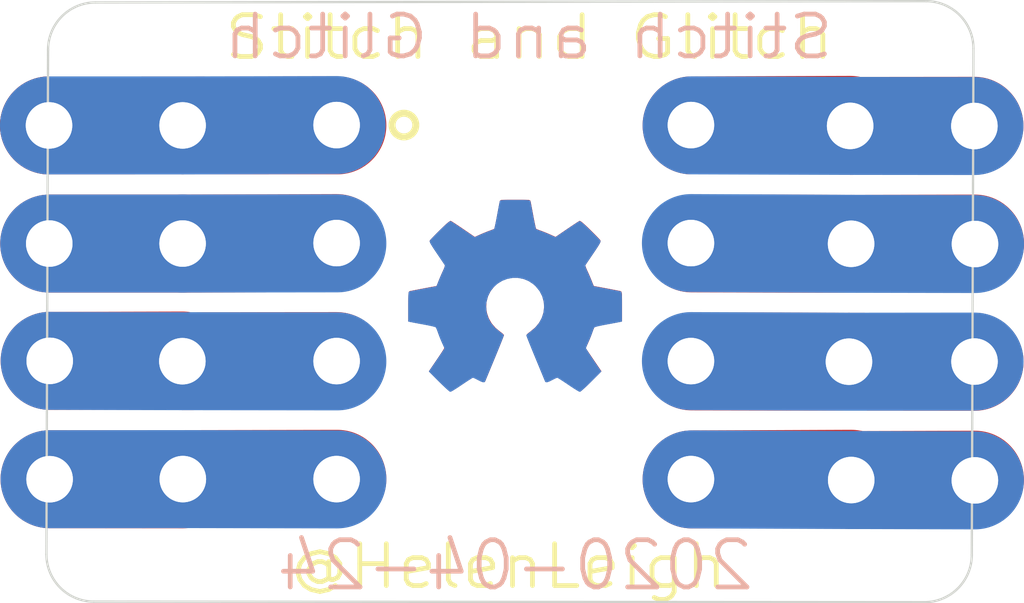
<source format=kicad_pcb>
(kicad_pcb (version 20200119) (host pcbnew "(5.99.0-1406-gfd59660ec)")

  (general
    (thickness 1.6)
    (drawings 13)
    (tracks 33)
    (modules 20)
    (nets 7)
  )

  (page "A4")
  (layers
    (0 "F.Cu" signal)
    (31 "B.Cu" signal)
    (32 "B.Adhes" user)
    (33 "F.Adhes" user)
    (34 "B.Paste" user)
    (35 "F.Paste" user)
    (36 "B.SilkS" user)
    (37 "F.SilkS" user)
    (38 "B.Mask" user)
    (39 "F.Mask" user hide)
    (40 "Dwgs.User" user)
    (41 "Cmts.User" user)
    (42 "Eco1.User" user)
    (43 "Eco2.User" user)
    (44 "Edge.Cuts" user)
    (45 "Margin" user)
    (46 "B.CrtYd" user)
    (47 "F.CrtYd" user)
    (48 "B.Fab" user)
    (49 "F.Fab" user)
  )

  (setup
    (stackup
      (layer "F.SilkS" (type "Top Silk Screen"))
      (layer "F.Paste" (type "Top Solder Paste"))
      (layer "F.Mask" (type "Top Solder Mask") (color "Green") (thickness 0.01))
      (layer "F.Cu" (type "copper") (thickness 0.035))
      (layer "dielectric 1" (type "core") (thickness 1.51) (material "FR4") (epsilon_r 4.5) (loss_tangent 0.02))
      (layer "B.Cu" (type "copper") (thickness 0.035))
      (layer "B.Mask" (type "Bottom Solder Mask") (color "Green") (thickness 0.01))
      (layer "B.Paste" (type "Bottom Solder Paste"))
      (layer "B.SilkS" (type "Bottom Silk Screen"))
      (copper_finish "None")
      (dielectric_constraints no)
    )
    (last_trace_width 0.508)
    (user_trace_width 0.508)
    (user_trace_width 1.6002)
    (user_trace_width 2.1082)
    (trace_clearance 0.254)
    (zone_clearance 0.508)
    (zone_45_only no)
    (trace_min 0.2)
    (via_size 0.8)
    (via_drill 0.4)
    (via_min_size 0.4)
    (via_min_drill 0.3)
    (uvia_size 0.3)
    (uvia_drill 0.1)
    (uvias_allowed no)
    (uvia_min_size 0.2)
    (uvia_min_drill 0.1)
    (max_error 0.005)
    (defaults
      (edge_clearance 0.01)
      (edge_cuts_line_width 0.05)
      (courtyard_line_width 0.05)
      (copper_line_width 0.2)
      (copper_text_dims (size 1.5 1.5) (thickness 0.3))
      (silk_line_width 0.12)
      (silk_text_dims (size 1 1) (thickness 0.15))
      (other_layers_line_width 0.1)
      (other_layers_text_dims (size 1 1) (thickness 0.15))
      (dimension_units 0)
      (dimension_precision 1)
    )
    (pad_size 1.6 1.6)
    (pad_drill 1)
    (pad_to_mask_clearance 0.051)
    (solder_mask_min_width 0.25)
    (aux_axis_origin 0 0)
    (grid_origin 108.99902 65.97904)
    (visible_elements FFFFFF7F)
    (pcbplotparams
      (layerselection 0x010fc_ffffffff)
      (usegerberextensions false)
      (usegerberattributes false)
      (usegerberadvancedattributes false)
      (creategerberjobfile false)
      (svguseinch false)
      (svgprecision 6)
      (excludeedgelayer true)
      (linewidth 0.100000)
      (plotframeref false)
      (viasonmask false)
      (mode 1)
      (useauxorigin false)
      (hpglpennumber 1)
      (hpglpenspeed 20)
      (hpglpendiameter 15.000000)
      (psnegative false)
      (psa4output false)
      (plotreference true)
      (plotvalue true)
      (plotinvisibletext false)
      (padsonsilk false)
      (subtractmaskfromsilk false)
      (outputformat 1)
      (mirror false)
      (drillshape 0)
      (scaleselection 1)
      (outputdirectory "gerbers/")
    )
  )

  (net 0 "")
  (net 1 "Net-(J1-Pad1)")
  (net 2 "+3V3")
  (net 3 "Net-(J4-Pad1)")
  (net 4 "Net-(J15-Pad1)")
  (net 5 "GND")
  (net 6 "Net-(J11-Pad1)")

  (net_class "Default" "This is the default net class."
    (clearance 0.254)
    (trace_width 0.508)
    (via_dia 0.8)
    (via_drill 0.4)
    (uvia_dia 0.3)
    (uvia_drill 0.1)
    (add_net "+3V3")
    (add_net "GND")
    (add_net "Net-(J1-Pad1)")
    (add_net "Net-(J11-Pad1)")
    (add_net "Net-(J15-Pad1)")
    (add_net "Net-(J4-Pad1)")
  )

  (module "Symbol:OSHW-Logo2_7.3x6mm_Copper" (layer "B.Cu") (tedit 5EA2B41B) (tstamp fbd1ca40-bfc6-428b-95e0-3a8bd54a7746)
    (at 118.97902 67.88904 180)
    (descr "Open Source Hardware Symbol")
    (tags "Logo Symbol OSHW")
    (attr virtual)
    (fp_text reference "REF**" (at 0 0 180) (layer "B.SilkS") hide
      (effects (font (size 1 1) (thickness 0.15)) (justify mirror))
    )
    (fp_text value "OSHW-Logo2_7.3x6mm_Copper" (at 0.75 0 180) (layer "B.Fab") hide
      (effects (font (size 1 1) (thickness 0.15)) (justify mirror))
    )
    (fp_poly (pts (xy 0.10391 2.757652) (xy 0.182454 2.757222) (xy 0.239298 2.756058) (xy 0.278105 2.753793)
      (xy 0.302538 2.75006) (xy 0.316262 2.744494) (xy 0.32294 2.736727) (xy 0.326236 2.726395)
      (xy 0.326556 2.725057) (xy 0.331562 2.700921) (xy 0.340829 2.653299) (xy 0.353392 2.587259)
      (xy 0.368287 2.507872) (xy 0.384551 2.420204) (xy 0.385119 2.417125) (xy 0.40141 2.331211)
      (xy 0.416652 2.255304) (xy 0.429861 2.193955) (xy 0.440054 2.151718) (xy 0.446248 2.133145)
      (xy 0.446543 2.132816) (xy 0.464788 2.123747) (xy 0.502405 2.108633) (xy 0.551271 2.090738)
      (xy 0.551543 2.090642) (xy 0.613093 2.067507) (xy 0.685657 2.038035) (xy 0.754057 2.008403)
      (xy 0.757294 2.006938) (xy 0.868702 1.956374) (xy 1.115399 2.12484) (xy 1.191077 2.176197)
      (xy 1.259631 2.222111) (xy 1.317088 2.25997) (xy 1.359476 2.287163) (xy 1.382825 2.301079)
      (xy 1.385042 2.302111) (xy 1.40201 2.297516) (xy 1.433701 2.275345) (xy 1.481352 2.234553)
      (xy 1.546198 2.174095) (xy 1.612397 2.109773) (xy 1.676214 2.046388) (xy 1.733329 1.988549)
      (xy 1.780305 1.939825) (xy 1.813703 1.90379) (xy 1.830085 1.884016) (xy 1.830694 1.882998)
      (xy 1.832505 1.869428) (xy 1.825683 1.847267) (xy 1.80854 1.813522) (xy 1.779393 1.7652)
      (xy 1.736555 1.699308) (xy 1.679448 1.614483) (xy 1.628766 1.539823) (xy 1.583461 1.47286)
      (xy 1.54615 1.417484) (xy 1.519452 1.37758) (xy 1.505985 1.357038) (xy 1.505137 1.355644)
      (xy 1.506781 1.335962) (xy 1.519245 1.297707) (xy 1.540048 1.248111) (xy 1.547462 1.232272)
      (xy 1.579814 1.16171) (xy 1.614328 1.081647) (xy 1.642365 1.012371) (xy 1.662568 0.960955)
      (xy 1.678615 0.921881) (xy 1.687888 0.901459) (xy 1.689041 0.899886) (xy 1.706096 0.897279)
      (xy 1.746298 0.890137) (xy 1.804302 0.879477) (xy 1.874763 0.866315) (xy 1.952335 0.851667)
      (xy 2.031672 0.836551) (xy 2.107431 0.821982) (xy 2.174264 0.808978) (xy 2.226828 0.798555)
      (xy 2.259776 0.79173) (xy 2.267857 0.789801) (xy 2.276205 0.785038) (xy 2.282506 0.774282)
      (xy 2.287045 0.753902) (xy 2.290104 0.720266) (xy 2.291967 0.669745) (xy 2.292918 0.598708)
      (xy 2.29324 0.503524) (xy 2.293257 0.464508) (xy 2.293257 0.147201) (xy 2.217057 0.132161)
      (xy 2.174663 0.124005) (xy 2.1114 0.112101) (xy 2.034962 0.097884) (xy 1.953043 0.08279)
      (xy 1.9304 0.078645) (xy 1.854806 0.063947) (xy 1.788953 0.049495) (xy 1.738366 0.036625)
      (xy 1.708574 0.026678) (xy 1.703612 0.023713) (xy 1.691426 0.002717) (xy 1.673953 -0.037967)
      (xy 1.654577 -0.090322) (xy 1.650734 -0.1016) (xy 1.625339 -0.171523) (xy 1.593817 -0.250418)
      (xy 1.562969 -0.321266) (xy 1.562817 -0.321595) (xy 1.511447 -0.432733) (xy 1.680399 -0.681253)
      (xy 1.849352 -0.929772) (xy 1.632429 -1.147058) (xy 1.566819 -1.211726) (xy 1.506979 -1.268733)
      (xy 1.456267 -1.315033) (xy 1.418046 -1.347584) (xy 1.395675 -1.363343) (xy 1.392466 -1.364343)
      (xy 1.373626 -1.356469) (xy 1.33518 -1.334578) (xy 1.28133 -1.301267) (xy 1.216276 -1.259131)
      (xy 1.14594 -1.211943) (xy 1.074555 -1.16381) (xy 1.010908 -1.121928) (xy 0.959041 -1.088871)
      (xy 0.922995 -1.067218) (xy 0.906867 -1.059543) (xy 0.887189 -1.066037) (xy 0.849875 -1.08315)
      (xy 0.802621 -1.107326) (xy 0.797612 -1.110013) (xy 0.733977 -1.141927) (xy 0.690341 -1.157579)
      (xy 0.663202 -1.157745) (xy 0.649057 -1.143204) (xy 0.648975 -1.143) (xy 0.641905 -1.125779)
      (xy 0.625042 -1.084899) (xy 0.599695 -1.023525) (xy 0.567171 -0.944819) (xy 0.528778 -0.851947)
      (xy 0.485822 -0.748072) (xy 0.444222 -0.647502) (xy 0.398504 -0.536516) (xy 0.356526 -0.433703)
      (xy 0.319548 -0.342215) (xy 0.288827 -0.265201) (xy 0.265622 -0.205815) (xy 0.25119 -0.167209)
      (xy 0.246743 -0.1528) (xy 0.257896 -0.136272) (xy 0.287069 -0.10993) (xy 0.325971 -0.080887)
      (xy 0.436757 0.010961) (xy 0.523351 0.116241) (xy 0.584716 0.232734) (xy 0.619815 0.358224)
      (xy 0.627608 0.490493) (xy 0.621943 0.551543) (xy 0.591078 0.678205) (xy 0.53792 0.790059)
      (xy 0.465767 0.885999) (xy 0.377917 0.964924) (xy 0.277665 1.02573) (xy 0.16831 1.067313)
      (xy 0.053147 1.088572) (xy -0.064525 1.088401) (xy -0.18141 1.065699) (xy -0.294211 1.019362)
      (xy -0.399631 0.948287) (xy -0.443632 0.908089) (xy -0.528021 0.804871) (xy -0.586778 0.692075)
      (xy -0.620296 0.57299) (xy -0.628965 0.450905) (xy -0.613177 0.329107) (xy -0.573322 0.210884)
      (xy -0.509793 0.099525) (xy -0.422979 -0.001684) (xy -0.325971 -0.080887) (xy -0.285563 -0.111162)
      (xy -0.257018 -0.137219) (xy -0.246743 -0.152825) (xy -0.252123 -0.169843) (xy -0.267425 -0.2105)
      (xy -0.291388 -0.271642) (xy -0.322756 -0.350119) (xy -0.360268 -0.44278) (xy -0.402667 -0.546472)
      (xy -0.444337 -0.647526) (xy -0.49031 -0.758607) (xy -0.532893 -0.861541) (xy -0.570779 -0.953165)
      (xy -0.60266 -1.030316) (xy -0.627229 -1.089831) (xy -0.64318 -1.128544) (xy -0.64909 -1.143)
      (xy -0.663052 -1.157685) (xy -0.69006 -1.157642) (xy -0.733587 -1.142099) (xy -0.79711 -1.110284)
      (xy -0.797612 -1.110013) (xy -0.84544 -1.085323) (xy -0.884103 -1.067338) (xy -0.905905 -1.059614)
      (xy -0.906867 -1.059543) (xy -0.923279 -1.067378) (xy -0.959513 -1.089165) (xy -1.011526 -1.122328)
      (xy -1.075275 -1.164291) (xy -1.14594 -1.211943) (xy -1.217884 -1.260191) (xy -1.282726 -1.302151)
      (xy -1.336265 -1.335227) (xy -1.374303 -1.356821) (xy -1.392467 -1.364343) (xy -1.409192 -1.354457)
      (xy -1.44282 -1.326826) (xy -1.48999 -1.284495) (xy -1.547342 -1.230505) (xy -1.611516 -1.167899)
      (xy -1.632503 -1.146983) (xy -1.849501 -0.929623) (xy -1.684332 -0.68722) (xy -1.634136 -0.612781)
      (xy -1.590081 -0.545972) (xy -1.554638 -0.490665) (xy -1.530281 -0.450729) (xy -1.519478 -0.430036)
      (xy -1.519162 -0.428563) (xy -1.524857 -0.409058) (xy -1.540174 -0.369822) (xy -1.562463 -0.31743)
      (xy -1.578107 -0.282355) (xy -1.607359 -0.215201) (xy -1.634906 -0.147358) (xy -1.656263 -0.090034)
      (xy -1.662065 -0.072572) (xy -1.678548 -0.025938) (xy -1.69466 0.010095) (xy -1.70351 0.023713)
      (xy -1.72304 0.032048) (xy -1.765666 0.043863) (xy -1.825855 0.057819) (xy -1.898078 0.072578)
      (xy -1.9304 0.078645) (xy -2.012478 0.093727) (xy -2.091205 0.108331) (xy -2.158891 0.12102)
      (xy -2.20784 0.130358) (xy -2.217057 0.132161) (xy -2.293257 0.147201) (xy -2.293257 0.464508)
      (xy -2.293086 0.568846) (xy -2.292384 0.647787) (xy -2.290866 0.704962) (xy -2.288251 0.744001)
      (xy -2.284254 0.768535) (xy -2.278591 0.782195) (xy -2.27098 0.788611) (xy -2.267857 0.789801)
      (xy -2.249022 0.79402) (xy -2.207412 0.802438) (xy -2.14837 0.814039) (xy -2.077243 0.827805)
      (xy -1.999375 0.84272) (xy -1.920113 0.857768) (xy -1.844802 0.871931) (xy -1.778787 0.884194)
      (xy -1.727413 0.893539) (xy -1.696025 0.89895) (xy -1.689041 0.899886) (xy -1.682715 0.912404)
      (xy -1.66871 0.945754) (xy -1.649645 0.993623) (xy -1.642366 1.012371) (xy -1.613004 1.084805)
      (xy -1.578429 1.16483) (xy -1.547463 1.232272) (xy -1.524677 1.283841) (xy -1.509518 1.326215)
      (xy -1.504458 1.352166) (xy -1.505264 1.355644) (xy -1.515959 1.372064) (xy -1.54038 1.408583)
      (xy -1.575905 1.461313) (xy -1.619913 1.526365) (xy -1.669783 1.599849) (xy -1.679644 1.614355)
      (xy -1.737508 1.700296) (xy -1.780044 1.765739) (xy -1.808946 1.813696) (xy -1.82591 1.84718)
      (xy -1.832633 1.869205) (xy -1.83081 1.882783) (xy -1.830764 1.882869) (xy -1.816414 1.900703)
      (xy -1.784677 1.935183) (xy -1.73899 1.982732) (xy -1.682796 2.039778) (xy -1.619532 2.102745)
      (xy -1.612398 2.109773) (xy -1.53267 2.18698) (xy -1.471143 2.24367) (xy -1.426579 2.28089)
      (xy -1.397743 2.299685) (xy -1.385042 2.302111) (xy -1.366506 2.291529) (xy -1.328039 2.267084)
      (xy -1.273614 2.231388) (xy -1.207202 2.187053) (xy -1.132775 2.136689) (xy -1.115399 2.12484)
      (xy -0.868703 1.956374) (xy -0.757294 2.006938) (xy -0.689543 2.036405) (xy -0.616817 2.066041)
      (xy -0.554297 2.08967) (xy -0.551543 2.090642) (xy -0.50264 2.108543) (xy -0.464943 2.12368)
      (xy -0.446575 2.13279) (xy -0.446544 2.132816) (xy -0.440715 2.149283) (xy -0.430808 2.189781)
      (xy -0.417805 2.249758) (xy -0.402691 2.32466) (xy -0.386448 2.409936) (xy -0.385119 2.417125)
      (xy -0.368825 2.504986) (xy -0.353867 2.58474) (xy -0.341209 2.651319) (xy -0.331814 2.699653)
      (xy -0.326646 2.724675) (xy -0.326556 2.725057) (xy -0.323411 2.735701) (xy -0.317296 2.743738)
      (xy -0.304547 2.749533) (xy -0.2815 2.753453) (xy -0.244491 2.755865) (xy -0.189856 2.757135)
      (xy -0.113933 2.757629) (xy -0.013056 2.757714) (xy 0 2.757714) (xy 0.10391 2.757652)) (layer "B.Cu") (width 0.01))
  )

  (module "Symbol:OSHW-Logo2_7.3x6mm_Copper" (layer "F.Cu") (tedit 5EA2B2F7) (tstamp 00000000-0000-0000-0000-00005e5e99ab)
    (at 118.98122 67.88404)
    (descr "Open Source Hardware Symbol")
    (tags "Logo Symbol OSHW")
    (attr virtual)
    (fp_text reference "REF**" (at 0 0) (layer "F.SilkS") hide
      (effects (font (size 1 1) (thickness 0.15)))
    )
    (fp_text value "OSHW-Logo2_7.3x6mm_Copper" (at 0.75 0) (layer "F.Fab") hide
      (effects (font (size 1 1) (thickness 0.15)))
    )
    (fp_poly (pts (xy 0.10391 -2.757652) (xy 0.182454 -2.757222) (xy 0.239298 -2.756058) (xy 0.278105 -2.753793)
      (xy 0.302538 -2.75006) (xy 0.316262 -2.744494) (xy 0.32294 -2.736727) (xy 0.326236 -2.726395)
      (xy 0.326556 -2.725057) (xy 0.331562 -2.700921) (xy 0.340829 -2.653299) (xy 0.353392 -2.587259)
      (xy 0.368287 -2.507872) (xy 0.384551 -2.420204) (xy 0.385119 -2.417125) (xy 0.40141 -2.331211)
      (xy 0.416652 -2.255304) (xy 0.429861 -2.193955) (xy 0.440054 -2.151718) (xy 0.446248 -2.133145)
      (xy 0.446543 -2.132816) (xy 0.464788 -2.123747) (xy 0.502405 -2.108633) (xy 0.551271 -2.090738)
      (xy 0.551543 -2.090642) (xy 0.613093 -2.067507) (xy 0.685657 -2.038035) (xy 0.754057 -2.008403)
      (xy 0.757294 -2.006938) (xy 0.868702 -1.956374) (xy 1.115399 -2.12484) (xy 1.191077 -2.176197)
      (xy 1.259631 -2.222111) (xy 1.317088 -2.25997) (xy 1.359476 -2.287163) (xy 1.382825 -2.301079)
      (xy 1.385042 -2.302111) (xy 1.40201 -2.297516) (xy 1.433701 -2.275345) (xy 1.481352 -2.234553)
      (xy 1.546198 -2.174095) (xy 1.612397 -2.109773) (xy 1.676214 -2.046388) (xy 1.733329 -1.988549)
      (xy 1.780305 -1.939825) (xy 1.813703 -1.90379) (xy 1.830085 -1.884016) (xy 1.830694 -1.882998)
      (xy 1.832505 -1.869428) (xy 1.825683 -1.847267) (xy 1.80854 -1.813522) (xy 1.779393 -1.7652)
      (xy 1.736555 -1.699308) (xy 1.679448 -1.614483) (xy 1.628766 -1.539823) (xy 1.583461 -1.47286)
      (xy 1.54615 -1.417484) (xy 1.519452 -1.37758) (xy 1.505985 -1.357038) (xy 1.505137 -1.355644)
      (xy 1.506781 -1.335962) (xy 1.519245 -1.297707) (xy 1.540048 -1.248111) (xy 1.547462 -1.232272)
      (xy 1.579814 -1.16171) (xy 1.614328 -1.081647) (xy 1.642365 -1.012371) (xy 1.662568 -0.960955)
      (xy 1.678615 -0.921881) (xy 1.687888 -0.901459) (xy 1.689041 -0.899886) (xy 1.706096 -0.897279)
      (xy 1.746298 -0.890137) (xy 1.804302 -0.879477) (xy 1.874763 -0.866315) (xy 1.952335 -0.851667)
      (xy 2.031672 -0.836551) (xy 2.107431 -0.821982) (xy 2.174264 -0.808978) (xy 2.226828 -0.798555)
      (xy 2.259776 -0.79173) (xy 2.267857 -0.789801) (xy 2.276205 -0.785038) (xy 2.282506 -0.774282)
      (xy 2.287045 -0.753902) (xy 2.290104 -0.720266) (xy 2.291967 -0.669745) (xy 2.292918 -0.598708)
      (xy 2.29324 -0.503524) (xy 2.293257 -0.464508) (xy 2.293257 -0.147201) (xy 2.217057 -0.132161)
      (xy 2.174663 -0.124005) (xy 2.1114 -0.112101) (xy 2.034962 -0.097884) (xy 1.953043 -0.08279)
      (xy 1.9304 -0.078645) (xy 1.854806 -0.063947) (xy 1.788953 -0.049495) (xy 1.738366 -0.036625)
      (xy 1.708574 -0.026678) (xy 1.703612 -0.023713) (xy 1.691426 -0.002717) (xy 1.673953 0.037967)
      (xy 1.654577 0.090322) (xy 1.650734 0.1016) (xy 1.625339 0.171523) (xy 1.593817 0.250418)
      (xy 1.562969 0.321266) (xy 1.562817 0.321595) (xy 1.511447 0.432733) (xy 1.680399 0.681253)
      (xy 1.849352 0.929772) (xy 1.632429 1.147058) (xy 1.566819 1.211726) (xy 1.506979 1.268733)
      (xy 1.456267 1.315033) (xy 1.418046 1.347584) (xy 1.395675 1.363343) (xy 1.392466 1.364343)
      (xy 1.373626 1.356469) (xy 1.33518 1.334578) (xy 1.28133 1.301267) (xy 1.216276 1.259131)
      (xy 1.14594 1.211943) (xy 1.074555 1.16381) (xy 1.010908 1.121928) (xy 0.959041 1.088871)
      (xy 0.922995 1.067218) (xy 0.906867 1.059543) (xy 0.887189 1.066037) (xy 0.849875 1.08315)
      (xy 0.802621 1.107326) (xy 0.797612 1.110013) (xy 0.733977 1.141927) (xy 0.690341 1.157579)
      (xy 0.663202 1.157745) (xy 0.649057 1.143204) (xy 0.648975 1.143) (xy 0.641905 1.125779)
      (xy 0.625042 1.084899) (xy 0.599695 1.023525) (xy 0.567171 0.944819) (xy 0.528778 0.851947)
      (xy 0.485822 0.748072) (xy 0.444222 0.647502) (xy 0.398504 0.536516) (xy 0.356526 0.433703)
      (xy 0.319548 0.342215) (xy 0.288827 0.265201) (xy 0.265622 0.205815) (xy 0.25119 0.167209)
      (xy 0.246743 0.1528) (xy 0.257896 0.136272) (xy 0.287069 0.10993) (xy 0.325971 0.080887)
      (xy 0.436757 -0.010961) (xy 0.523351 -0.116241) (xy 0.584716 -0.232734) (xy 0.619815 -0.358224)
      (xy 0.627608 -0.490493) (xy 0.621943 -0.551543) (xy 0.591078 -0.678205) (xy 0.53792 -0.790059)
      (xy 0.465767 -0.885999) (xy 0.377917 -0.964924) (xy 0.277665 -1.02573) (xy 0.16831 -1.067313)
      (xy 0.053147 -1.088572) (xy -0.064525 -1.088401) (xy -0.18141 -1.065699) (xy -0.294211 -1.019362)
      (xy -0.399631 -0.948287) (xy -0.443632 -0.908089) (xy -0.528021 -0.804871) (xy -0.586778 -0.692075)
      (xy -0.620296 -0.57299) (xy -0.628965 -0.450905) (xy -0.613177 -0.329107) (xy -0.573322 -0.210884)
      (xy -0.509793 -0.099525) (xy -0.422979 0.001684) (xy -0.325971 0.080887) (xy -0.285563 0.111162)
      (xy -0.257018 0.137219) (xy -0.246743 0.152825) (xy -0.252123 0.169843) (xy -0.267425 0.2105)
      (xy -0.291388 0.271642) (xy -0.322756 0.350119) (xy -0.360268 0.44278) (xy -0.402667 0.546472)
      (xy -0.444337 0.647526) (xy -0.49031 0.758607) (xy -0.532893 0.861541) (xy -0.570779 0.953165)
      (xy -0.60266 1.030316) (xy -0.627229 1.089831) (xy -0.64318 1.128544) (xy -0.64909 1.143)
      (xy -0.663052 1.157685) (xy -0.69006 1.157642) (xy -0.733587 1.142099) (xy -0.79711 1.110284)
      (xy -0.797612 1.110013) (xy -0.84544 1.085323) (xy -0.884103 1.067338) (xy -0.905905 1.059614)
      (xy -0.906867 1.059543) (xy -0.923279 1.067378) (xy -0.959513 1.089165) (xy -1.011526 1.122328)
      (xy -1.075275 1.164291) (xy -1.14594 1.211943) (xy -1.217884 1.260191) (xy -1.282726 1.302151)
      (xy -1.336265 1.335227) (xy -1.374303 1.356821) (xy -1.392467 1.364343) (xy -1.409192 1.354457)
      (xy -1.44282 1.326826) (xy -1.48999 1.284495) (xy -1.547342 1.230505) (xy -1.611516 1.167899)
      (xy -1.632503 1.146983) (xy -1.849501 0.929623) (xy -1.684332 0.68722) (xy -1.634136 0.612781)
      (xy -1.590081 0.545972) (xy -1.554638 0.490665) (xy -1.530281 0.450729) (xy -1.519478 0.430036)
      (xy -1.519162 0.428563) (xy -1.524857 0.409058) (xy -1.540174 0.369822) (xy -1.562463 0.31743)
      (xy -1.578107 0.282355) (xy -1.607359 0.215201) (xy -1.634906 0.147358) (xy -1.656263 0.090034)
      (xy -1.662065 0.072572) (xy -1.678548 0.025938) (xy -1.69466 -0.010095) (xy -1.70351 -0.023713)
      (xy -1.72304 -0.032048) (xy -1.765666 -0.043863) (xy -1.825855 -0.057819) (xy -1.898078 -0.072578)
      (xy -1.9304 -0.078645) (xy -2.012478 -0.093727) (xy -2.091205 -0.108331) (xy -2.158891 -0.12102)
      (xy -2.20784 -0.130358) (xy -2.217057 -0.132161) (xy -2.293257 -0.147201) (xy -2.293257 -0.464508)
      (xy -2.293086 -0.568846) (xy -2.292384 -0.647787) (xy -2.290866 -0.704962) (xy -2.288251 -0.744001)
      (xy -2.284254 -0.768535) (xy -2.278591 -0.782195) (xy -2.27098 -0.788611) (xy -2.267857 -0.789801)
      (xy -2.249022 -0.79402) (xy -2.207412 -0.802438) (xy -2.14837 -0.814039) (xy -2.077243 -0.827805)
      (xy -1.999375 -0.84272) (xy -1.920113 -0.857768) (xy -1.844802 -0.871931) (xy -1.778787 -0.884194)
      (xy -1.727413 -0.893539) (xy -1.696025 -0.89895) (xy -1.689041 -0.899886) (xy -1.682715 -0.912404)
      (xy -1.66871 -0.945754) (xy -1.649645 -0.993623) (xy -1.642366 -1.012371) (xy -1.613004 -1.084805)
      (xy -1.578429 -1.16483) (xy -1.547463 -1.232272) (xy -1.524677 -1.283841) (xy -1.509518 -1.326215)
      (xy -1.504458 -1.352166) (xy -1.505264 -1.355644) (xy -1.515959 -1.372064) (xy -1.54038 -1.408583)
      (xy -1.575905 -1.461313) (xy -1.619913 -1.526365) (xy -1.669783 -1.599849) (xy -1.679644 -1.614355)
      (xy -1.737508 -1.700296) (xy -1.780044 -1.765739) (xy -1.808946 -1.813696) (xy -1.82591 -1.84718)
      (xy -1.832633 -1.869205) (xy -1.83081 -1.882783) (xy -1.830764 -1.882869) (xy -1.816414 -1.900703)
      (xy -1.784677 -1.935183) (xy -1.73899 -1.982732) (xy -1.682796 -2.039778) (xy -1.619532 -2.102745)
      (xy -1.612398 -2.109773) (xy -1.53267 -2.18698) (xy -1.471143 -2.24367) (xy -1.426579 -2.28089)
      (xy -1.397743 -2.299685) (xy -1.385042 -2.302111) (xy -1.366506 -2.291529) (xy -1.328039 -2.267084)
      (xy -1.273614 -2.231388) (xy -1.207202 -2.187053) (xy -1.132775 -2.136689) (xy -1.115399 -2.12484)
      (xy -0.868703 -1.956374) (xy -0.757294 -2.006938) (xy -0.689543 -2.036405) (xy -0.616817 -2.066041)
      (xy -0.554297 -2.08967) (xy -0.551543 -2.090642) (xy -0.50264 -2.108543) (xy -0.464943 -2.12368)
      (xy -0.446575 -2.13279) (xy -0.446544 -2.132816) (xy -0.440715 -2.149283) (xy -0.430808 -2.189781)
      (xy -0.417805 -2.249758) (xy -0.402691 -2.32466) (xy -0.386448 -2.409936) (xy -0.385119 -2.417125)
      (xy -0.368825 -2.504986) (xy -0.353867 -2.58474) (xy -0.341209 -2.651319) (xy -0.331814 -2.699653)
      (xy -0.326646 -2.724675) (xy -0.326556 -2.725057) (xy -0.323411 -2.735701) (xy -0.317296 -2.743738)
      (xy -0.304547 -2.749533) (xy -0.2815 -2.753453) (xy -0.244491 -2.755865) (xy -0.189856 -2.757135)
      (xy -0.113933 -2.757629) (xy -0.013056 -2.757714) (xy 0 -2.757714) (xy 0.10391 -2.757652)) (layer "F.Cu") (width 0.01))
  )

  (module "digikey-footprints:DIP-8_W7.62mm" (layer "F.Cu") (tedit 5EA2B23B) (tstamp a378e2c5-96a4-4b1d-b5b0-e280d729416f)
    (at 115.14074 63.51524)
    (descr "http://media.digikey.com/pdf/Data%20Sheets/Lite-On%20PDFs/6N137%20Series.pdf")
    (path "/00000000-0000-0000-0000-00005e3c859c")
    (fp_text reference "U1" (at 4.05 -2.52) (layer "F.SilkS") hide
      (effects (font (size 1 1) (thickness 0.15)))
    )
    (fp_text value "LM386" (at 3.94 10.33) (layer "F.Fab") hide
      (effects (font (size 1 1) (thickness 0.15)))
    )
    (fp_line (start -1.05 8.89) (end 8.67 8.89) (layer "F.CrtYd") (width 0.1))
    (fp_line (start -1.05 -1.29) (end -1.05 8.89) (layer "F.CrtYd") (width 0.1))
    (fp_line (start 8.67 -1.29) (end 8.67 8.89) (layer "F.CrtYd") (width 0.1))
    (fp_line (start -1.05 -1.29) (end 8.67 -1.29) (layer "F.CrtYd") (width 0.1))
    (fp_line (start 0.55 8.64) (end 7.05 8.64) (layer "F.Fab") (width 0.1))
    (fp_line (start 0.55 -1.04) (end 7.05 -1.04) (layer "F.Fab") (width 0.1))
    (fp_line (start 7.05 -1.04) (end 7.05 8.64) (layer "F.Fab") (width 0.1))
    (fp_line (start 0.55 -1.04) (end 0.55 8.64) (layer "F.Fab") (width 0.1))
    (fp_text user "REF**" (at 3.94 3.49) (layer "F.Fab") hide
      (effects (font (size 1 1) (thickness 0.1)))
    )
    (fp_circle (center 1.4478 0) (end 1.1938 -0.0254) (layer "F.SilkS") (width 0.15))
    (pad "8" thru_hole circle (at 7.62 0) (size 1.6 1.6) (drill 1) (layers *.Cu *.Mask)
      (net 6 "Net-(J11-Pad1)") (tstamp 35296e38-5d7f-44df-b3a1-fe0b20905c77))
    (pad "7" thru_hole circle (at 7.62 2.54) (size 1.6 1.6) (drill 1) (layers *.Cu *.Mask)
      (net 1 "Net-(J1-Pad1)") (tstamp c41a0720-fb5c-4835-b15b-af0f52d1ced2))
    (pad "6" thru_hole circle (at 7.62 5.08) (size 1.6 1.6) (drill 1) (layers *.Cu *.Mask)
      (net 2 "+3V3") (tstamp b9fb27d1-a25d-472b-942d-54793d689cdc))
    (pad "5" thru_hole circle (at 7.62 7.62) (size 1.6 1.6) (drill 1) (layers *.Cu *.Mask)
      (net 3 "Net-(J4-Pad1)") (tstamp 82cd07cf-2b11-4e18-9b04-fd602c3744f2))
    (pad "4" thru_hole circle (at 0 7.62) (size 1.6 1.6) (drill 1) (layers *.Cu *.Mask)
      (net 5 "GND") (tstamp 70c9a4ab-e1d3-46f6-95d6-5f146618dc7e))
    (pad "3" thru_hole circle (at 0 5.08) (size 1.6 1.6) (drill 1) (layers *.Cu *.Mask)
      (net 2 "+3V3") (tstamp de5bee45-32f4-4487-b2bf-40733bc3ee84))
    (pad "2" thru_hole circle (at 0 2.54) (size 1.6 1.6) (drill 1) (layers *.Cu *.Mask)
      (net 5 "GND") (tstamp 616f5921-6afb-42cb-887d-31efbc14ca17))
    (pad "1" thru_hole circle (at 0 0) (size 1.6 1.6) (drill 1) (layers *.Cu *.Mask)
      (net 4 "Net-(J15-Pad1)") (tstamp 9fb0ff4d-ac90-4c3f-9f55-169bdd9fb5b0))
    (model "${KISYS3DMOD}/Housings_DIP.3dshapes/DIP-8_W7.62mm.wrl"
      (at (xyz 0 0 0))
      (scale (xyz 1 1 1))
      (rotate (xyz 0 0 0))
    )
  )

  (module "digikey-footprints:DIP-8_W7.62mm" (layer "F.Cu") (tedit 5EA2B1EB) (tstamp 00000000-0000-0000-0000-00005e3cdf24)
    (at 115.14074 63.51524)
    (descr "http://media.digikey.com/pdf/Data%20Sheets/Lite-On%20PDFs/6N137%20Series.pdf")
    (path "/00000000-0000-0000-0000-00005e3c859c")
    (fp_text reference "U1" (at 4.05 -2.52) (layer "F.SilkS") hide
      (effects (font (size 1 1) (thickness 0.15)))
    )
    (fp_text value "LM386" (at 3.94 10.33) (layer "F.Fab") hide
      (effects (font (size 1 1) (thickness 0.15)))
    )
    (fp_text user "REF**" (at 3.94 3.49) (layer "F.Fab") hide
      (effects (font (size 1 1) (thickness 0.1)))
    )
    (fp_line (start 0.55 -1.04) (end 0.55 8.64) (layer "F.Fab") (width 0.1))
    (fp_line (start 7.05 -1.04) (end 7.05 8.64) (layer "F.Fab") (width 0.1))
    (fp_line (start 0.55 -1.04) (end 7.05 -1.04) (layer "F.Fab") (width 0.1))
    (fp_line (start 0.55 8.64) (end 7.05 8.64) (layer "F.Fab") (width 0.1))
    (fp_line (start -1.05 -1.29) (end 8.67 -1.29) (layer "F.CrtYd") (width 0.1))
    (fp_line (start 8.67 -1.29) (end 8.67 8.89) (layer "F.CrtYd") (width 0.1))
    (fp_line (start -1.05 -1.29) (end -1.05 8.89) (layer "F.CrtYd") (width 0.1))
    (fp_line (start -1.05 8.89) (end 8.67 8.89) (layer "F.CrtYd") (width 0.1))
    (pad "1" thru_hole circle (at 0 0) (size 1.6 1.6) (drill 1) (layers *.Cu *.Mask)
      (net 4 "Net-(J15-Pad1)") (tstamp 37862cc4-cd03-4e7f-aa7e-029110e36b78))
    (pad "2" thru_hole circle (at 0 2.54) (size 1.6 1.6) (drill 1) (layers *.Cu *.Mask)
      (net 5 "GND") (tstamp c66cd988-40e4-4093-8ad6-f1c5ee42c443))
    (pad "3" thru_hole circle (at 0 5.08) (size 1.6 1.6) (drill 1) (layers *.Cu *.Mask)
      (net 2 "+3V3") (tstamp aa180081-bacc-4f86-96a4-74afc2bb5c0a))
    (pad "4" thru_hole circle (at 0 7.62) (size 1.6 1.6) (drill 1) (layers *.Cu *.Mask)
      (net 5 "GND") (tstamp 990ce5a0-953b-4588-a17c-3d2dea4fbb71))
    (pad "5" thru_hole circle (at 7.62 7.62) (size 1.6 1.6) (drill 1) (layers *.Cu *.Mask)
      (net 3 "Net-(J4-Pad1)") (tstamp 391ee116-f274-45bf-9138-260eb5324ff5))
    (pad "6" thru_hole circle (at 7.62 5.08) (size 1.6 1.6) (drill 1) (layers *.Cu *.Mask)
      (net 2 "+3V3") (tstamp 3fd47317-fd8d-49f4-9ad3-df5a8a5c6312))
    (pad "7" thru_hole circle (at 7.62 2.54) (size 1.6 1.6) (drill 1) (layers *.Cu *.Mask)
      (net 1 "Net-(J1-Pad1)") (tstamp da9e35dc-9b71-4f0e-b06a-ec30f6b8cfd9))
    (pad "8" thru_hole circle (at 7.62 0) (size 1.6 1.6) (drill 1) (layers *.Cu *.Mask)
      (net 6 "Net-(J11-Pad1)") (tstamp 982728df-5873-4f5d-88d0-e93dff7a4804))
    (model "${KISYS3DMOD}/Housings_DIP.3dshapes/DIP-8_W7.62mm.wrl"
      (at (xyz 0 0 0))
      (scale (xyz 1 1 1))
      (rotate (xyz 0 0 0))
    )
  )

  (module "touch:hole30AWG" (layer "F.Cu") (tedit 5E6620B7) (tstamp 00000000-0000-0000-0000-00005e3cdf02)
    (at 108.95584 63.52286)
    (path "/00000000-0000-0000-0000-00005e3e48e9")
    (fp_text reference "J15" (at 0 0.5) (layer "F.SilkS") hide
      (effects (font (size 1 1) (thickness 0.15)))
    )
    (fp_text value "Conn_01x01_Female" (at 0 -0.5) (layer "F.Fab") hide
      (effects (font (size 1 1) (thickness 0.15)))
    )
    (pad "1" thru_hole circle (at 0 0) (size 1.8 1.8) (drill 1) (layers "F.Cu" "F.Mask")
      (net 4 "Net-(J15-Pad1)") (tstamp 01135489-7d1f-485a-a9ef-901e1b8df6b8))
    (pad "1" thru_hole circle (at 0 0) (size 1.8 1.8) (drill 1) (layers "B.Cu" "B.Mask")
      (net 4 "Net-(J15-Pad1)") (tstamp a601829f-0418-434d-89ff-c764e1fbe33a))
  )

  (module "touch:hole30AWG" (layer "F.Cu") (tedit 5E6620B7) (tstamp 00000000-0000-0000-0000-00005e3cdedf)
    (at 111.82858 63.52286)
    (path "/00000000-0000-0000-0000-00005e3e8a2f")
    (fp_text reference "J8" (at 0.22844 1.69934) (layer "F.SilkS") hide
      (effects (font (size 1 1) (thickness 0.15)))
    )
    (fp_text value "Conn_01x01_Female" (at 0 -0.5) (layer "F.Fab") hide
      (effects (font (size 1 1) (thickness 0.15)))
    )
    (pad "1" thru_hole circle (at 0 0) (size 1.8 1.8) (drill 1) (layers "F.Cu" "F.Mask")
      (net 4 "Net-(J15-Pad1)") (tstamp 7ab1d3d5-cda5-4d19-b2a0-ff47f31cc1c7))
    (pad "1" thru_hole circle (at 0 0) (size 1.8 1.8) (drill 1) (layers "B.Cu" "B.Mask")
      (net 4 "Net-(J15-Pad1)") (tstamp 1a8c4bef-858b-4879-9d64-8ffac2243308))
  )

  (module "touch:hole30AWG" (layer "F.Cu") (tedit 5E6620B7) (tstamp 00000000-0000-0000-0000-00005e3ce0cd)
    (at 111.83366 71.13524)
    (path "/00000000-0000-0000-0000-00005e3e592b")
    (fp_text reference "J16" (at 0 0.5) (layer "F.SilkS") hide
      (effects (font (size 1 1) (thickness 0.15)))
    )
    (fp_text value "Conn_01x01_Female" (at 0 -0.5) (layer "F.Fab") hide
      (effects (font (size 1 1) (thickness 0.15)))
    )
    (pad "1" thru_hole circle (at 0 0) (size 1.8 1.8) (drill 1) (layers "F.Cu" "F.Mask")
      (net 5 "GND") (tstamp fe485def-54cb-41ba-832b-20b46fb61251))
    (pad "1" thru_hole circle (at 0 0) (size 1.8 1.8) (drill 1) (layers "B.Cu" "B.Mask")
      (net 5 "GND") (tstamp 0535ca4f-e21c-453d-ac26-8fa4629ef557))
  )

  (module "touch:hole30AWG" (layer "F.Cu") (tedit 5E6620B7) (tstamp 00000000-0000-0000-0000-00005e3ce18c)
    (at 128.85674 63.53556)
    (path "/00000000-0000-0000-0000-00005e3e3a13")
    (fp_text reference "J14" (at 0 0.5) (layer "F.SilkS") hide
      (effects (font (size 1 1) (thickness 0.15)))
    )
    (fp_text value "Conn_01x01_Female" (at 0 -0.5) (layer "F.Fab") hide
      (effects (font (size 1 1) (thickness 0.15)))
    )
    (pad "1" thru_hole circle (at 0 0) (size 1.8 1.8) (drill 1) (layers "F.Cu" "F.Mask")
      (net 6 "Net-(J11-Pad1)") (tstamp 2a816f01-a1c8-4085-bc46-a1b170c99292))
    (pad "1" thru_hole circle (at 0 0) (size 1.8 1.8) (drill 1) (layers "B.Cu" "B.Mask")
      (net 6 "Net-(J11-Pad1)") (tstamp 359bd4ea-e2ba-4607-84f5-a0f69abddec4))
  )

  (module "touch:hole30AWG" (layer "F.Cu") (tedit 5E6620B7) (tstamp 00000000-0000-0000-0000-00005e3cdef8)
    (at 108.96092 66.0654)
    (path "/00000000-0000-0000-0000-00005e3f8aa9")
    (fp_text reference "J13" (at 0 0.5) (layer "F.SilkS") hide
      (effects (font (size 1 1) (thickness 0.15)))
    )
    (fp_text value "Conn_01x01_Female" (at 0 -0.5) (layer "F.Fab") hide
      (effects (font (size 1 1) (thickness 0.15)))
    )
    (pad "1" thru_hole circle (at 0 0) (size 1.8 1.8) (drill 1) (layers "F.Cu" "F.Mask")
      (net 5 "GND") (tstamp 569d6df8-9658-4b7c-ad3c-af10d2bb6818))
    (pad "1" thru_hole circle (at 0 0) (size 1.8 1.8) (drill 1) (layers "B.Cu" "B.Mask")
      (net 5 "GND") (tstamp 47c59c84-1e51-4981-8756-3ab968c805c2))
  )

  (module "touch:hole30AWG" (layer "F.Cu") (tedit 5E6620B7) (tstamp 00000000-0000-0000-0000-00005e3ce12d)
    (at 108.96854 71.13778)
    (path "/00000000-0000-0000-0000-00005e3fefa9")
    (fp_text reference "J12" (at 0 0.5) (layer "F.SilkS") hide
      (effects (font (size 1 1) (thickness 0.15)))
    )
    (fp_text value "Conn_01x01_Female" (at 0 -0.5) (layer "F.Fab") hide
      (effects (font (size 1 1) (thickness 0.15)))
    )
    (pad "1" thru_hole circle (at 0 0) (size 1.8 1.8) (drill 1) (layers "F.Cu" "F.Mask")
      (net 5 "GND") (tstamp 07fb4644-f496-46cf-b44e-388df1038595))
    (pad "1" thru_hole circle (at 0 0) (size 1.8 1.8) (drill 1) (layers "B.Cu" "B.Mask")
      (net 5 "GND") (tstamp 758a8349-fada-4814-abdd-eccb11ad4a70))
  )

  (module "touch:hole30AWG" (layer "F.Cu") (tedit 5E6620B7) (tstamp 00000000-0000-0000-0000-00005e3ce0e7)
    (at 126.18466 63.53302)
    (path "/00000000-0000-0000-0000-00005e3e7d8b")
    (fp_text reference "J11" (at 0 0.5) (layer "F.SilkS") hide
      (effects (font (size 1 1) (thickness 0.15)))
    )
    (fp_text value "Conn_01x01_Female" (at 0 -0.5) (layer "F.Fab") hide
      (effects (font (size 1 1) (thickness 0.15)))
    )
    (pad "1" thru_hole circle (at 0 0) (size 1.8 1.8) (drill 1) (layers "F.Cu" "F.Mask")
      (net 6 "Net-(J11-Pad1)") (tstamp e3f85891-8585-4e77-a87b-4097b01ec2db))
    (pad "1" thru_hole circle (at 0 0) (size 1.8 1.8) (drill 1) (layers "B.Cu" "B.Mask")
      (net 6 "Net-(J11-Pad1)") (tstamp ef0f6952-38ef-47ce-9dac-39d10f9d13f0))
  )

  (module "touch:hole30AWG" (layer "F.Cu") (tedit 5E6620B7) (tstamp 00000000-0000-0000-0000-00005e3cdee9)
    (at 111.82858 66.0654)
    (path "/00000000-0000-0000-0000-00005e3ea8a5")
    (fp_text reference "J10" (at 0 0.5) (layer "F.SilkS") hide
      (effects (font (size 1 1) (thickness 0.15)))
    )
    (fp_text value "Conn_01x01_Female" (at 0 -0.5) (layer "F.Fab") hide
      (effects (font (size 1 1) (thickness 0.15)))
    )
    (pad "1" thru_hole circle (at 0 0) (size 1.8 1.8) (drill 1) (layers "F.Cu" "F.Mask")
      (net 5 "GND") (tstamp ed4f7080-60ca-44dd-9755-99a1dbc2b336))
    (pad "1" thru_hole circle (at 0 0) (size 1.8 1.8) (drill 1) (layers "B.Cu" "B.Mask")
      (net 5 "GND") (tstamp bcb12753-1e24-4908-9b76-2077d65fbe24))
  )

  (module "touch:hole30AWG" (layer "F.Cu") (tedit 5E6620B7) (tstamp 00000000-0000-0000-0000-00005e3ce100)
    (at 126.20752 71.15556)
    (path "/00000000-0000-0000-0000-00005e3e60bc")
    (fp_text reference "J9" (at 0 0.5) (layer "F.SilkS") hide
      (effects (font (size 1 1) (thickness 0.15)))
    )
    (fp_text value "Conn_01x01_Female" (at 0 -0.5) (layer "F.Fab") hide
      (effects (font (size 1 1) (thickness 0.15)))
    )
    (pad "1" thru_hole circle (at 0 0) (size 1.8 1.8) (drill 1) (layers "F.Cu" "F.Mask")
      (net 3 "Net-(J4-Pad1)") (tstamp 1ffe0311-0a90-4768-aeb4-669dd4427b91))
    (pad "1" thru_hole circle (at 0 0) (size 1.8 1.8) (drill 1) (layers "B.Cu" "B.Mask")
      (net 3 "Net-(J4-Pad1)") (tstamp 13f086e2-787b-4359-bcd1-4310553bc20b))
  )

  (module "touch:hole30AWG" (layer "F.Cu") (tedit 5E6620B7) (tstamp 00000000-0000-0000-0000-00005e3cdeda)
    (at 126.15926 68.60794)
    (path "/00000000-0000-0000-0000-00005e3fbdb9")
    (fp_text reference "J7" (at 0 0.5) (layer "F.SilkS") hide
      (effects (font (size 1 1) (thickness 0.15)))
    )
    (fp_text value "Conn_01x01_Female" (at 0 -0.5) (layer "F.Fab") hide
      (effects (font (size 1 1) (thickness 0.15)))
    )
    (pad "1" thru_hole circle (at 0 0) (size 1.8 1.8) (drill 1) (layers "F.Cu" "F.Mask")
      (net 2 "+3V3") (tstamp d01164b1-5557-49ba-b89b-7ab02d87fc13))
    (pad "1" thru_hole circle (at 0 0) (size 1.8 1.8) (drill 1) (layers "B.Cu" "B.Mask")
      (net 2 "+3V3") (tstamp 84970afa-e921-41e8-ac30-3bf619fb0e10))
  )

  (module "touch:hole30AWG" (layer "F.Cu") (tedit 5E6620B7) (tstamp 00000000-0000-0000-0000-00005e3cded5)
    (at 111.8235 68.59778)
    (path "/00000000-0000-0000-0000-00005e3fe06c")
    (fp_text reference "J6" (at 0 0.5) (layer "F.SilkS") hide
      (effects (font (size 1 1) (thickness 0.15)))
    )
    (fp_text value "Conn_01x01_Female" (at 0 -0.5) (layer "F.Fab") hide
      (effects (font (size 1 1) (thickness 0.15)))
    )
    (pad "1" thru_hole circle (at 0 0) (size 1.8 1.8) (drill 1) (layers "F.Cu" "F.Mask")
      (net 2 "+3V3") (tstamp 4ba7e214-900b-48c2-a7f6-bcbac0b16390))
    (pad "1" thru_hole circle (at 0 0) (size 1.8 1.8) (drill 1) (layers "B.Cu" "B.Mask")
      (net 2 "+3V3") (tstamp 98a917b6-96ac-489d-be1b-a50a85c37ac1))
  )

  (module "touch:hole30AWG" (layer "F.Cu") (tedit 5E6620B7) (tstamp 00000000-0000-0000-0000-00005e3cded0)
    (at 108.97108 68.59016)
    (path "/00000000-0000-0000-0000-00005e3f5d29")
    (fp_text reference "J5" (at 0 0.5) (layer "F.SilkS") hide
      (effects (font (size 1 1) (thickness 0.15)))
    )
    (fp_text value "Conn_01x01_Female" (at 0 -0.5) (layer "F.Fab") hide
      (effects (font (size 1 1) (thickness 0.15)))
    )
    (pad "1" thru_hole circle (at 0 0) (size 1.8 1.8) (drill 1) (layers "F.Cu" "F.Mask")
      (net 2 "+3V3") (tstamp b3c32e6e-1346-4165-91da-80b935617bfe))
    (pad "1" thru_hole circle (at 0 0) (size 1.8 1.8) (drill 1) (layers "B.Cu" "B.Mask")
      (net 2 "+3V3") (tstamp ccc7b6e5-0249-4ea1-bacb-183944f44c89))
  )

  (module "touch:hole30AWG" (layer "F.Cu") (tedit 5E6620B7) (tstamp 00000000-0000-0000-0000-00005e3cdecb)
    (at 128.8669 71.16318)
    (path "/00000000-0000-0000-0000-00005e3c91bc")
    (fp_text reference "J4" (at 0 0.5) (layer "F.SilkS") hide
      (effects (font (size 1 1) (thickness 0.15)))
    )
    (fp_text value "Conn_01x01_Female" (at 0 -0.5) (layer "F.Fab") hide
      (effects (font (size 1 1) (thickness 0.15)))
    )
    (pad "1" thru_hole circle (at 0 0) (size 1.8 1.8) (drill 1) (layers "F.Cu" "F.Mask")
      (net 3 "Net-(J4-Pad1)") (tstamp 471478c7-a967-4bc8-ba79-83e819dbd389))
    (pad "1" thru_hole circle (at 0 0) (size 1.8 1.8) (drill 1) (layers "B.Cu" "B.Mask")
      (net 3 "Net-(J4-Pad1)") (tstamp a004858c-d307-495a-a4d2-3b8e2b1afd89))
  )

  (module "touch:hole30AWG" (layer "F.Cu") (tedit 5E6620B7) (tstamp 00000000-0000-0000-0000-00005e3ce31e)
    (at 128.86944 66.07556)
    (path "/00000000-0000-0000-0000-00005e3f028f")
    (fp_text reference "J3" (at 0 0.5) (layer "F.SilkS") hide
      (effects (font (size 1 1) (thickness 0.15)))
    )
    (fp_text value "Conn_01x01_Female" (at 0 -0.5) (layer "F.Fab") hide
      (effects (font (size 1 1) (thickness 0.15)))
    )
    (pad "1" thru_hole circle (at 0 0) (size 1.8 1.8) (drill 1) (layers "F.Cu" "F.Mask")
      (net 1 "Net-(J1-Pad1)") (tstamp c9fa1a67-c134-473f-8371-db8eca3689a8))
    (pad "1" thru_hole circle (at 0 0) (size 1.8 1.8) (drill 1) (layers "B.Cu" "B.Mask")
      (net 1 "Net-(J1-Pad1)") (tstamp 3fdd588d-d6b9-423f-831b-d1d8f4e048d1))
  )

  (module "touch:hole30AWG" (layer "F.Cu") (tedit 5E6620B7) (tstamp 00000000-0000-0000-0000-00005e3ce3c0)
    (at 128.85928 68.6054)
    (path "/00000000-0000-0000-0000-00005e3f11c6")
    (fp_text reference "J2" (at 0 0.5) (layer "F.SilkS") hide
      (effects (font (size 1 1) (thickness 0.15)))
    )
    (fp_text value "Conn_01x01_Female" (at 0 -0.5) (layer "F.Fab") hide
      (effects (font (size 1 1) (thickness 0.15)))
    )
    (pad "1" thru_hole circle (at 0 0) (size 1.8 1.8) (drill 1) (layers "F.Cu" "F.Mask")
      (net 2 "+3V3") (tstamp c2272399-3d00-45df-8b4c-93bc46c7dd69))
    (pad "1" thru_hole circle (at 0 0) (size 1.8 1.8) (drill 1) (layers "B.Cu" "B.Mask")
      (net 2 "+3V3") (tstamp 949e413b-7455-4f5a-8b81-d2a5498056e7))
  )

  (module "touch:hole30AWG" (layer "F.Cu") (tedit 5E6620B7) (tstamp 00000000-0000-0000-0000-00005e3cdebc)
    (at 126.20498 66.07048)
    (path "/00000000-0000-0000-0000-00005e3ebff9")
    (fp_text reference "J1" (at 0 0.5) (layer "F.SilkS") hide
      (effects (font (size 1 1) (thickness 0.15)))
    )
    (fp_text value "Conn_01x01_Female" (at 0 -0.5) (layer "F.Fab") hide
      (effects (font (size 1 1) (thickness 0.15)))
    )
    (pad "1" thru_hole circle (at 0 0) (size 1.8 1.8) (drill 1) (layers "F.Cu" "F.Mask")
      (net 1 "Net-(J1-Pad1)") (tstamp d86e40fc-bb52-4c89-bae7-1298acc8e949))
    (pad "1" thru_hole circle (at 0 0) (size 1.8 1.8) (drill 1) (layers "B.Cu" "B.Mask")
      (net 1 "Net-(J1-Pad1)") (tstamp 43fea0d0-69ae-4e79-8582-3f7f10a55812))
  )

  (gr_text "Stitch and Glitch" (at 119.26824 61.61532) (layer "B.SilkS") (tstamp 255cd78e-b965-46a2-99ab-a1a351def702)
    (effects (font (size 0.9 1.016) (thickness 0.1016)) (justify mirror))
  )
  (gr_text "@HelenLeigh" (at 118.82882 73.01484) (layer "F.SilkS") (tstamp 00000000-0000-0000-0000-00005e5e4366)
    (effects (font (size 0.9 1) (thickness 0.1016)))
  )
  (gr_text "2020-04-24" (at 118.98122 72.99198) (layer "B.SilkS") (tstamp 00000000-0000-0000-0000-00005e3ce75a)
    (effects (font (size 1.016 1.016) (thickness 0.1016)) (justify mirror))
  )
  (gr_text "Stitch and Glitch" (at 119.28348 61.62802) (layer "F.SilkS") (tstamp 4ccffd91-19f1-44ac-81dc-2b03f548a9c8)
    (effects (font (size 0.9 1.016) (thickness 0.1016)))
  )
  (gr_line (start 109.9185 73.77176) (end 127.78232 73.78446) (layer "Edge.Cuts") (width 0.05) (tstamp 2fc3d544-80e3-452b-9738-1514d094be7c))
  (gr_line (start 127.81788 60.84824) (end 109.95406 60.87618) (layer "Edge.Cuts") (width 0.05) (tstamp 65fd8d8c-f860-48d9-ad2e-8f4729e40b8b))
  (gr_line (start 128.80086 72.76592) (end 128.83642 61.86678) (layer "Edge.Cuts") (width 0.05) (tstamp 4a18a34e-1f62-4692-9cc1-1e0dfa67ea19))
  (gr_line (start 108.93552 61.89472) (end 108.89996 72.75576) (layer "Edge.Cuts") (width 0.05) (tstamp f32fe8e6-a7b0-4a5e-a623-719e4e49dff1))
  (gr_arc (start 109.9185 72.75322) (end 108.89996 72.75322) (angle -90) (layer "Edge.Cuts") (width 0.05) (tstamp 00000000-0000-0000-0000-00005e3ce45b))
  (gr_arc (start 127.78232 72.76592) (end 127.78232 73.78446) (angle -90) (layer "Edge.Cuts") (width 0.05) (tstamp 00000000-0000-0000-0000-00005e3ce455))
  (gr_arc (start 127.81788 61.86678) (end 128.83642 61.86678) (angle -90) (layer "Edge.Cuts") (width 0.05) (tstamp 00000000-0000-0000-0000-00005e3ce44d))
  (gr_arc (start 109.95406 61.89472) (end 109.95406 60.87618) (angle -90) (layer "Edge.Cuts") (width 0.05) (tstamp 1228ec22-25be-497b-90c5-185e3527d8e9))
  (gr_line (start 128.81864 63.5254) (end 126.15672 63.5254) (layer "Eco1.User") (width 0.1) (tstamp 00000000-0000-0000-0000-00005e3ce3e0))

  (segment (start 111.83366 71.13524) (end 115.156161 71.128739) (width 2.1082) (layer "F.Cu") (net 5) (tstamp 091c53e1-b7e0-41f5-b279-3ede75e596cd))
  (segment (start 122.776161 71.141741) (end 126.20752 71.127922) (width 2.1082) (layer "F.Cu") (net 3) (tstamp 262bcbee-4c44-4c97-9cf3-c720022b6e1f))
  (segment (start 122.776161 63.521741) (end 126.18466 63.510462) (width 2.1082) (layer "F.Cu") (net 6) (tstamp 6dfc4c27-787f-498f-82e3-efd0b0f1f2c8))
  (segment (start 122.776161 68.601741) (end 126.15926 68.60794) (width 2.1082) (layer "F.Cu") (net 2) (tstamp 7a1dbcfc-6548-44e8-87d5-0d1400d5af1b))
  (segment (start 122.776161 66.061741) (end 126.20498 66.07048) (width 2.1082) (layer "F.Cu") (net 1) (tstamp 3fa4442e-0fff-4787-bbf2-ad492ddab136))
  (segment (start 111.8235 68.59778) (end 115.14074 68.59524) (width 2.1082) (layer "F.Cu") (net 2) (tstamp 3e4d72f8-a8df-47e1-ab73-9f6733dbe65e))
  (segment (start 111.82858 66.0654) (end 115.14074 66.05524) (width 2.1082) (layer "F.Cu") (net 5) (tstamp 3093edfb-5bac-4c42-8d34-4e1cc61c0a80))
  (segment (start 111.82858 63.52286) (end 115.156161 63.521741) (width 2.1082) (layer "F.Cu") (net 4) (tstamp 6ea8b890-2f28-4b70-a522-81d0d6f0ce1d))
  (segment (start 108.95584 63.52286) (end 111.82858 63.52286) (width 2.1082) (layer "B.Cu") (net 4) (tstamp fa2db6ff-d1a9-40ea-b4e0-124cd28c2387))
  (segment (start 111.82858 66.0654) (end 115.156161 66.061741) (width 2.1082) (layer "B.Cu") (net 5) (tstamp f687db6a-50a2-48b7-b0ea-ff4a50c746ff))
  (segment (start 126.18466 63.53302) (end 128.85674 63.53556) (width 2.1082) (layer "B.Cu") (net 6) (tstamp ab2cfd94-443f-4228-83a4-4c32068a2a8c))
  (segment (start 126.20498 66.07048) (end 128.86944 66.07556) (width 2.1082) (layer "B.Cu") (net 1) (tstamp 67235767-8490-4732-846f-bb7a30ac11b3))
  (segment (start 126.15926 68.60794) (end 128.85928 68.6054) (width 2.1082) (layer "B.Cu") (net 2) (tstamp 21429815-49b6-4ffd-85ac-141d1a92cc46))
  (segment (start 126.20752 71.15556) (end 128.8669 71.16318) (width 2.1082) (layer "B.Cu") (net 3) (tstamp d38bef52-a444-45c5-bb80-190850312e99))
  (segment (start 108.96854 71.13778) (end 111.83366 71.13524) (width 2.1082) (layer "B.Cu") (net 5) (tstamp 0ebb72eb-5724-4060-a385-8878ff5dd2ee))
  (segment (start 111.8235 68.59778) (end 115.156161 68.601741) (width 2.1082) (layer "B.Cu") (net 2) (tstamp 20d44f0e-0f06-4180-a070-72f8c9433094))
  (segment (start 108.97108 68.59016) (end 111.8235 68.59778) (width 2.1082) (layer "B.Cu") (net 2) (tstamp 1d2da3a9-128d-4398-aa17-480080cd07d9))
  (segment (start 108.96092 66.0654) (end 111.82858 66.0654) (width 2.1082) (layer "B.Cu") (net 5) (tstamp 7c65bb03-f4b8-49af-885f-45efed6b1ce0))
  (segment (start 111.82858 63.52286) (end 115.14074 63.51524) (width 2.1082) (layer "B.Cu") (net 4) (tstamp dcd46cf0-0973-4d2a-9998-e2450f24510e))
  (segment (start 111.83366 71.13524) (end 115.156161 71.141741) (width 2.1082) (layer "B.Cu") (net 5) (tstamp 1fbe367b-7fe0-42ce-ac66-8b2ca69cbbfb))
  (segment (start 122.776161 63.521741) (end 126.18466 63.53302) (width 2.1082) (layer "B.Cu") (net 6) (tstamp 2d06cac2-3932-4974-b726-e656355d7307))
  (segment (start 122.76074 66.05524) (end 126.20498 66.07048) (width 2.1082) (layer "B.Cu") (net 1) (tstamp 1ef28d08-e943-4ed3-83df-e745f858649a))
  (segment (start 122.76074 68.59524) (end 126.15926 68.60794) (width 2.1082) (layer "B.Cu") (net 2) (tstamp b05cc864-fde7-4f1f-bacb-481ecc5b2785))
  (segment (start 122.776161 71.141741) (end 126.20752 71.15556) (width 2.1082) (layer "B.Cu") (net 3) (tstamp 9c183bc7-f845-4736-ad58-434cd2a80c64))
  (segment (start 108.95584 63.52286) (end 111.82858 63.52286) (width 2.1082) (layer "F.Cu") (net 4) (tstamp 7eb239b8-e99c-4694-8d20-1ded93e3114f))
  (segment (start 108.96092 66.0654) (end 111.82858 66.0654) (width 2.1082) (layer "F.Cu") (net 5) (tstamp 3cbaf988-d2aa-410b-8a86-37f8a6e7b09a))
  (segment (start 108.97108 68.59016) (end 111.8235 68.58254) (width 2.1082) (layer "F.Cu") (net 2) (tstamp 1d2ca1b5-46bd-433c-a1b1-6ae9e84b5e21))
  (segment (start 108.96854 71.13778) (end 111.83366 71.14032) (width 2.1082) (layer "F.Cu") (net 5) (tstamp ef686011-7f13-40c4-8fe6-2324459e94ae))
  (segment (start 126.18466 63.53302) (end 128.85674 63.53048) (width 2.1082) (layer "F.Cu") (net 6) (tstamp 892f5a03-610e-4b00-a9bd-b96027833f44))
  (segment (start 126.20498 66.07048) (end 128.86944 66.0654) (width 2.1082) (layer "F.Cu") (net 1) (tstamp 6851d81f-840b-4ed2-8e49-7b9749c397e6))
  (segment (start 126.15926 68.60794) (end 128.85928 68.61048) (width 2.1082) (layer "F.Cu") (net 2) (tstamp 14669bc2-61f7-41ba-a784-edc400393e48))
  (segment (start 126.20752 71.15556) (end 128.8669 71.14794) (width 2.1082) (layer "F.Cu") (net 3) (tstamp 4c4d6bca-ccbc-49b8-9205-7cddcca98935))
  (segment (start 108.95584 63.52286) (end 112.283421 63.521741) (width 2.1082) (layer "F.Cu") (net 4) (tstamp 3eb78730-b245-42c3-8ea9-cb66282149ea))

)

</source>
